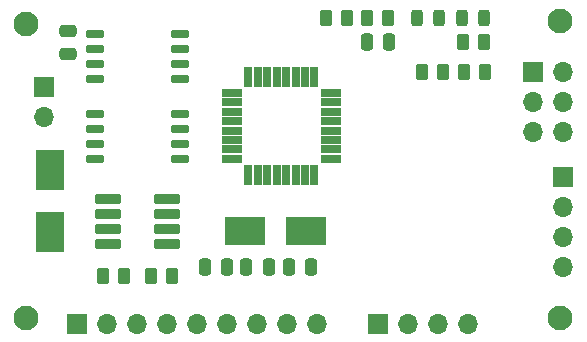
<source format=gbr>
%TF.GenerationSoftware,KiCad,Pcbnew,8.0.6*%
%TF.CreationDate,2025-03-25T13:24:27+01:00*%
%TF.ProjectId,MCU Datalogger,4d435520-4461-4746-916c-6f676765722e,1*%
%TF.SameCoordinates,Original*%
%TF.FileFunction,Soldermask,Top*%
%TF.FilePolarity,Negative*%
%FSLAX46Y46*%
G04 Gerber Fmt 4.6, Leading zero omitted, Abs format (unit mm)*
G04 Created by KiCad (PCBNEW 8.0.6) date 2025-03-25 13:24:27*
%MOMM*%
%LPD*%
G01*
G04 APERTURE LIST*
G04 Aperture macros list*
%AMRoundRect*
0 Rectangle with rounded corners*
0 $1 Rounding radius*
0 $2 $3 $4 $5 $6 $7 $8 $9 X,Y pos of 4 corners*
0 Add a 4 corners polygon primitive as box body*
4,1,4,$2,$3,$4,$5,$6,$7,$8,$9,$2,$3,0*
0 Add four circle primitives for the rounded corners*
1,1,$1+$1,$2,$3*
1,1,$1+$1,$4,$5*
1,1,$1+$1,$6,$7*
1,1,$1+$1,$8,$9*
0 Add four rect primitives between the rounded corners*
20,1,$1+$1,$2,$3,$4,$5,0*
20,1,$1+$1,$4,$5,$6,$7,0*
20,1,$1+$1,$6,$7,$8,$9,0*
20,1,$1+$1,$8,$9,$2,$3,0*%
G04 Aperture macros list end*
%ADD10R,3.500000X2.400000*%
%ADD11R,2.400000X3.500000*%
%ADD12RoundRect,0.094250X-0.282750X-0.742750X0.282750X-0.742750X0.282750X0.742750X-0.282750X0.742750X0*%
%ADD13RoundRect,0.094250X-0.742750X-0.282750X0.742750X-0.282750X0.742750X0.282750X-0.742750X0.282750X0*%
%ADD14RoundRect,0.150000X-0.650000X-0.150000X0.650000X-0.150000X0.650000X0.150000X-0.650000X0.150000X0*%
%ADD15RoundRect,0.099250X-0.987750X-0.297750X0.987750X-0.297750X0.987750X0.297750X-0.987750X0.297750X0*%
%ADD16RoundRect,0.250000X0.262500X0.450000X-0.262500X0.450000X-0.262500X-0.450000X0.262500X-0.450000X0*%
%ADD17RoundRect,0.250000X-0.262500X-0.450000X0.262500X-0.450000X0.262500X0.450000X-0.262500X0.450000X0*%
%ADD18R,1.700000X1.700000*%
%ADD19O,1.700000X1.700000*%
%ADD20C,2.100000*%
%ADD21RoundRect,0.243750X-0.243750X-0.456250X0.243750X-0.456250X0.243750X0.456250X-0.243750X0.456250X0*%
%ADD22RoundRect,0.243750X0.243750X0.456250X-0.243750X0.456250X-0.243750X-0.456250X0.243750X-0.456250X0*%
%ADD23RoundRect,0.250000X-0.475000X0.250000X-0.475000X-0.250000X0.475000X-0.250000X0.475000X0.250000X0*%
%ADD24RoundRect,0.250000X-0.250000X-0.475000X0.250000X-0.475000X0.250000X0.475000X-0.250000X0.475000X0*%
%ADD25RoundRect,0.250000X0.250000X0.475000X-0.250000X0.475000X-0.250000X-0.475000X0.250000X-0.475000X0*%
G04 APERTURE END LIST*
D10*
%TO.C,Y2*%
X125162000Y-141986000D03*
X130362000Y-141986000D03*
%TD*%
D11*
%TO.C,Y1*%
X108712000Y-142046000D03*
X108712000Y-136846000D03*
%TD*%
D12*
%TO.C,U4*%
X125470000Y-137266000D03*
X126270000Y-137266000D03*
X127070000Y-137266000D03*
X127870000Y-137266000D03*
X128670000Y-137266000D03*
X129470000Y-137266000D03*
X130270000Y-137266000D03*
X131070000Y-137266000D03*
X131070000Y-128926000D03*
X130270000Y-128926000D03*
X129470000Y-128926000D03*
X128670000Y-128926000D03*
X127870000Y-128926000D03*
X127070000Y-128926000D03*
X126270000Y-128926000D03*
X125470000Y-128926000D03*
D13*
X124100000Y-130296000D03*
X124100000Y-131096000D03*
X124100000Y-131896000D03*
X124100000Y-132696000D03*
X124100000Y-133496000D03*
X124100000Y-134296000D03*
X124100000Y-135096000D03*
X124100000Y-135896000D03*
X132440000Y-135896000D03*
X132440000Y-135096000D03*
X132440000Y-134296000D03*
X132440000Y-133496000D03*
X132440000Y-132696000D03*
X132440000Y-131896000D03*
X132440000Y-131096000D03*
X132440000Y-130296000D03*
%TD*%
D14*
%TO.C,U3*%
X112478000Y-132119000D03*
X112478000Y-133389000D03*
X112478000Y-134659000D03*
X112478000Y-135929000D03*
X119678000Y-135929000D03*
X119678000Y-134659000D03*
X119678000Y-133389000D03*
X119678000Y-132119000D03*
%TD*%
%TO.C,U2*%
X112478000Y-125349000D03*
X112478000Y-126619000D03*
X112478000Y-127889000D03*
X112478000Y-129159000D03*
X119678000Y-129159000D03*
X119678000Y-127889000D03*
X119678000Y-126619000D03*
X119678000Y-125349000D03*
%TD*%
D15*
%TO.C,U1*%
X118553000Y-139319000D03*
X118553000Y-140589000D03*
X118553000Y-141859000D03*
X118553000Y-143129000D03*
X113603000Y-143129000D03*
X113603000Y-141859000D03*
X113603000Y-140589000D03*
X113603000Y-139319000D03*
%TD*%
D16*
%TO.C,R7*%
X137310500Y-123952000D03*
X135485500Y-123952000D03*
%TD*%
%TO.C,R6*%
X141986000Y-128524000D03*
X140161000Y-128524000D03*
%TD*%
%TO.C,R5*%
X145438500Y-125984000D03*
X143613500Y-125984000D03*
%TD*%
%TO.C,R4*%
X133858000Y-123952000D03*
X132033000Y-123952000D03*
%TD*%
D17*
%TO.C,R3*%
X143717000Y-128524000D03*
X145542000Y-128524000D03*
%TD*%
%TO.C,R2*%
X117197500Y-145796000D03*
X119022500Y-145796000D03*
%TD*%
D16*
%TO.C,R1*%
X113133500Y-145796000D03*
X114958500Y-145796000D03*
%TD*%
D18*
%TO.C,J4*%
X149606000Y-128524000D03*
D19*
X152146000Y-128524000D03*
X149606000Y-131064000D03*
X152146000Y-131064000D03*
X149606000Y-133604000D03*
X152146000Y-133604000D03*
%TD*%
D18*
%TO.C,J3*%
X110998000Y-149860000D03*
D19*
X113538000Y-149860000D03*
X116078000Y-149860000D03*
X118618000Y-149860000D03*
X121158000Y-149860000D03*
X123698000Y-149860000D03*
X126238000Y-149860000D03*
X128778000Y-149860000D03*
X131318000Y-149860000D03*
%TD*%
D18*
%TO.C,J1*%
X152146000Y-137414000D03*
D19*
X152146000Y-139954000D03*
X152146000Y-142494000D03*
X152146000Y-145034000D03*
%TD*%
D20*
%TO.C,H4*%
X151892000Y-149352000D03*
%TD*%
%TO.C,H3*%
X106680000Y-124460000D03*
%TD*%
%TO.C,H2*%
X106680000Y-149352000D03*
%TD*%
%TO.C,H1*%
X151892000Y-124206000D03*
%TD*%
D21*
%TO.C,D2*%
X139778500Y-123952000D03*
X141653500Y-123952000D03*
%TD*%
D22*
%TO.C,D1*%
X145463500Y-123952000D03*
X143588500Y-123952000D03*
%TD*%
D23*
%TO.C,C5*%
X110236000Y-125100000D03*
X110236000Y-127000000D03*
%TD*%
D24*
%TO.C,C4*%
X135514000Y-125984000D03*
X137414000Y-125984000D03*
%TD*%
%TO.C,C3*%
X128910000Y-145034000D03*
X130810000Y-145034000D03*
%TD*%
D25*
%TO.C,C2*%
X127188000Y-145034000D03*
X125288000Y-145034000D03*
%TD*%
%TO.C,C1*%
X123698000Y-145034000D03*
X121798000Y-145034000D03*
%TD*%
D18*
%TO.C,BT1+-*%
X108204000Y-129789000D03*
D19*
X108204000Y-132329000D03*
%TD*%
D18*
%TO.C,J2*%
X136408000Y-149860000D03*
D19*
X138948000Y-149860000D03*
X141488000Y-149860000D03*
X144028000Y-149860000D03*
%TD*%
M02*

</source>
